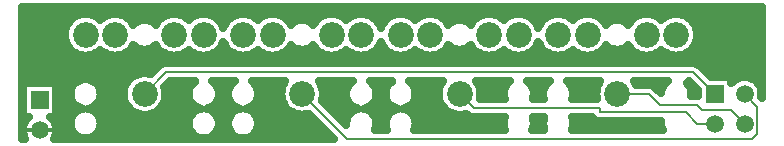
<source format=gtl>
G04 DipTrace 3.0.0.2*
G04 WellMonitor.gtl*
%MOIN*%
G04 #@! TF.FileFunction,Copper,L1,Top*
G04 #@! TF.Part,Single*
G04 #@! TA.AperFunction,Conductor*
%ADD14C,0.008*%
G04 #@! TA.AperFunction,CopperBalancing*
%ADD15C,0.025*%
%ADD17C,0.012992*%
G04 #@! TA.AperFunction,ComponentPad*
%ADD19C,0.086*%
%ADD20R,0.059055X0.059055*%
%ADD21C,0.059055*%
%FSLAX26Y26*%
G04*
G70*
G90*
G75*
G01*
G04 Top*
%LPD*%
X843701Y585701D2*
D14*
X915701Y657701D1*
X2671701D1*
X2743701Y585701D1*
X1368701D2*
X1518701Y435701D1*
X2869701D1*
X2885701Y451701D1*
Y543701D1*
X2843701Y585701D1*
X1893701D2*
X1941568Y537834D1*
X2360898D1*
Y525411D1*
X2646592D1*
X2686302Y485701D1*
X2743701D1*
X2418701Y585701D2*
X2523920D1*
X2561139Y548482D1*
X2683890D1*
X2701637Y530735D1*
X2798667D1*
X2843701Y485701D1*
X438725Y851331D2*
D15*
X634409D1*
X659289D2*
X732847D1*
X757720D2*
X929722D1*
X954546D2*
X1028110D1*
X1052983D2*
X1159409D1*
X1184289D2*
X1257847D1*
X1282720D2*
X1454722D1*
X1479546D2*
X1553110D1*
X1577983D2*
X1684409D1*
X1709289D2*
X1782847D1*
X1807720D2*
X1979722D1*
X2004546D2*
X2078110D1*
X2102983D2*
X2209409D1*
X2234289D2*
X2307847D1*
X2332720D2*
X2504722D1*
X2529546D2*
X2603110D1*
X2627983D2*
X2898716D1*
X438725Y826462D2*
X590513D1*
X801616D2*
X817023D1*
X870366D2*
X885776D1*
X1096929D2*
X1115513D1*
X1326616D2*
X1342023D1*
X1395366D2*
X1410776D1*
X1621929D2*
X1640513D1*
X1851616D2*
X1867023D1*
X1920366D2*
X1935776D1*
X2146929D2*
X2165513D1*
X2376616D2*
X2392023D1*
X2445366D2*
X2460776D1*
X2671929D2*
X2898716D1*
X438725Y801593D2*
X577524D1*
X2684868D2*
X2898716D1*
X438725Y776725D2*
X575083D1*
X2687309D2*
X2898716D1*
X438725Y751856D2*
X582016D1*
X2680376D2*
X2898716D1*
X438725Y726987D2*
X602622D1*
X691069D2*
X701054D1*
X789507D2*
X897886D1*
X986382D2*
X996323D1*
X1084770D2*
X1127622D1*
X1216069D2*
X1226054D1*
X1314507D2*
X1422886D1*
X1511382D2*
X1521323D1*
X1609770D2*
X1652622D1*
X1741069D2*
X1751054D1*
X1839507D2*
X1947886D1*
X2036382D2*
X2046323D1*
X2134770D2*
X2177622D1*
X2266069D2*
X2276054D1*
X2364507D2*
X2472886D1*
X2561382D2*
X2571323D1*
X2659770D2*
X2898716D1*
X438725Y702118D2*
X2898716D1*
X438725Y677250D2*
X889634D1*
X2697759D2*
X2898716D1*
X438725Y652381D2*
X821616D1*
X2722612D2*
X2898716D1*
X438725Y627512D2*
X616733D1*
X676958D2*
X785679D1*
X2883501D2*
X2898716D1*
X552202Y602643D2*
X597202D1*
X696538D2*
X773813D1*
X913579D2*
X990903D1*
X1090190D2*
X1122202D1*
X1221538D2*
X1298813D1*
X1438579D2*
X1515903D1*
X1615190D2*
X1647202D1*
X1746538D2*
X1823813D1*
X1963579D2*
X2040903D1*
X2140190D2*
X2172202D1*
X2271538D2*
X2348813D1*
X2552593D2*
X2565898D1*
X2665190D2*
X2681175D1*
X552202Y577775D2*
X594858D1*
X698833D2*
X772153D1*
X915239D2*
X988559D1*
X1092534D2*
X1119858D1*
X1223833D2*
X1297153D1*
X1440239D2*
X1513559D1*
X1617534D2*
X1644858D1*
X1748833D2*
X1822153D1*
X1965239D2*
X2038559D1*
X2142534D2*
X2169858D1*
X2273833D2*
X2347153D1*
X552202Y552906D2*
X606479D1*
X687261D2*
X779917D1*
X907475D2*
X1000180D1*
X1080962D2*
X1131479D1*
X1212261D2*
X1304917D1*
X1447124D2*
X1525180D1*
X1605962D2*
X1656479D1*
X1737261D2*
X1829917D1*
X552202Y528037D2*
X615220D1*
X678520D2*
X802427D1*
X884966D2*
X1008921D1*
X1072222D2*
X1140220D1*
X1203520D2*
X1327427D1*
X1471977D2*
X1533921D1*
X1597222D2*
X1665220D1*
X1728520D2*
X1852427D1*
X438725Y503168D2*
X449579D1*
X537847D2*
X596811D1*
X696880D2*
X990513D1*
X1090581D2*
X1121811D1*
X1221880D2*
X1405649D1*
X1496831D2*
X1515513D1*
X1615581D2*
X1646811D1*
X1746880D2*
X2040513D1*
X2140581D2*
X2171811D1*
X2271880D2*
X2337583D1*
X550786Y478299D2*
X595054D1*
X698638D2*
X988755D1*
X1092339D2*
X1120054D1*
X1223638D2*
X1430503D1*
X1617339D2*
X1645054D1*
X1748638D2*
X2038755D1*
X2142339D2*
X2170054D1*
X2273638D2*
X2563755D1*
X550884Y453431D2*
X607407D1*
X686333D2*
X1001108D1*
X1080034D2*
X1132407D1*
X1211333D2*
X1455356D1*
X912979Y580249D2*
X911273Y569478D1*
X907903Y559108D1*
X902953Y549392D1*
X896543Y540570D1*
X888832Y532859D1*
X880010Y526449D1*
X870294Y521499D1*
X859924Y518129D1*
X849153Y516423D1*
X838249D1*
X827478Y518129D1*
X817108Y521499D1*
X807392Y526449D1*
X798570Y532859D1*
X790859Y540570D1*
X784449Y549392D1*
X779499Y559108D1*
X776129Y569478D1*
X774423Y580249D1*
Y591153D1*
X776129Y601924D1*
X779499Y612294D1*
X784449Y622010D1*
X790859Y630832D1*
X798570Y638543D1*
X807392Y644953D1*
X817108Y649903D1*
X827478Y653273D1*
X838249Y654979D1*
X849153D1*
X859924Y653273D1*
X866334Y651456D1*
X895898Y680887D1*
X901858Y684870D1*
X908583Y687351D1*
X915701Y688193D1*
X916028Y688180D1*
X2674093Y688099D1*
X2681124Y686701D1*
X2687633Y683700D1*
X2693262Y679262D1*
X2693484Y679022D1*
X2730793Y641732D1*
X2799721Y641721D1*
Y620383D1*
X2804089Y625313D1*
X2810774Y631022D1*
X2818269Y635615D1*
X2826390Y638979D1*
X2834938Y641031D1*
X2843701Y641721D1*
X2852464Y641031D1*
X2861012Y638979D1*
X2869133Y635615D1*
X2876628Y631022D1*
X2883313Y625313D1*
X2889022Y618628D1*
X2893615Y611133D1*
X2896979Y603012D1*
X2899031Y594464D1*
X2899721Y585701D1*
X2899031Y576938D1*
X2898458Y574056D1*
X2901202Y573701D1*
Y876200D1*
X436202D1*
X436201Y436201D1*
X446037Y436267D1*
X442535Y442893D1*
X439948Y449927D1*
X438324Y457243D1*
X437690Y464710D1*
X438059Y472196D1*
X439424Y479565D1*
X441760Y486686D1*
X445026Y493431D1*
X449163Y499680D1*
X454097Y505321D1*
X459031Y509686D1*
X437681Y509681D1*
Y621721D1*
X549721D1*
Y509681D1*
X528383D1*
X534713Y503862D1*
X539439Y498046D1*
X543348Y491651D1*
X546367Y484792D1*
X548444Y477591D1*
X549541Y470177D1*
X549498Y460708D1*
X548332Y453304D1*
X546188Y446123D1*
X543105Y439292D1*
X541304Y436195D1*
X1475117Y436201D1*
X1391316Y519964D1*
X1379572Y517065D1*
X1368701Y516209D1*
X1357830Y517065D1*
X1347227Y519610D1*
X1337152Y523783D1*
X1327855Y529481D1*
X1319563Y536563D1*
X1312481Y544855D1*
X1306783Y554152D1*
X1302610Y564227D1*
X1300065Y574830D1*
X1299209Y585701D1*
X1300065Y596572D1*
X1302610Y607175D1*
X1306783Y617250D1*
X1313022Y627234D1*
X1199972Y627209D1*
X1207287Y621137D1*
X1212394Y615157D1*
X1216503Y608452D1*
X1219512Y601187D1*
X1221348Y593541D1*
X1221965Y585701D1*
X1221348Y577861D1*
X1219512Y570215D1*
X1216503Y562950D1*
X1212394Y556245D1*
X1207287Y550265D1*
X1201307Y545158D1*
X1194602Y541049D1*
X1187337Y538040D1*
X1181213Y536507D1*
X1187337Y534937D1*
X1194602Y531928D1*
X1201307Y527819D1*
X1207287Y522712D1*
X1212394Y516732D1*
X1216503Y510027D1*
X1219512Y502762D1*
X1221348Y495115D1*
X1221965Y487276D1*
X1221348Y479436D1*
X1219512Y471790D1*
X1216503Y464525D1*
X1212394Y457820D1*
X1207287Y451840D1*
X1201307Y446733D1*
X1194602Y442624D1*
X1187337Y439615D1*
X1179690Y437779D1*
X1171851Y437162D1*
X1164011Y437779D1*
X1156365Y439615D1*
X1149099Y442624D1*
X1142394Y446733D1*
X1136415Y451840D1*
X1131307Y457820D1*
X1127199Y464525D1*
X1124189Y471790D1*
X1122354Y479436D1*
X1121737Y487276D1*
X1122354Y495115D1*
X1124189Y502762D1*
X1127199Y510027D1*
X1131307Y516732D1*
X1136415Y522712D1*
X1142394Y527819D1*
X1149099Y531928D1*
X1156365Y534937D1*
X1162488Y536470D1*
X1156365Y538040D1*
X1149099Y541049D1*
X1142394Y545158D1*
X1136415Y550265D1*
X1131307Y556245D1*
X1127199Y562950D1*
X1124189Y570215D1*
X1122354Y577861D1*
X1121737Y585701D1*
X1122354Y593541D1*
X1124189Y601187D1*
X1127199Y608452D1*
X1131307Y615157D1*
X1136415Y621137D1*
X1142394Y626244D1*
X1143864Y627226D1*
X1068625Y627209D1*
X1075987Y621137D1*
X1081095Y615157D1*
X1085203Y608452D1*
X1088213Y601187D1*
X1090048Y593541D1*
X1090665Y585701D1*
X1090048Y577861D1*
X1088213Y570215D1*
X1085203Y562950D1*
X1081095Y556245D1*
X1075987Y550265D1*
X1070008Y545158D1*
X1063303Y541049D1*
X1056037Y538040D1*
X1049914Y536507D1*
X1056037Y534937D1*
X1063303Y531928D1*
X1070008Y527819D1*
X1075987Y522712D1*
X1081095Y516732D1*
X1085203Y510027D1*
X1088213Y502762D1*
X1090048Y495115D1*
X1090665Y487276D1*
X1090048Y479436D1*
X1088213Y471790D1*
X1085203Y464525D1*
X1081095Y457820D1*
X1075987Y451840D1*
X1070008Y446733D1*
X1063303Y442624D1*
X1056037Y439615D1*
X1048391Y437779D1*
X1040551Y437162D1*
X1032712Y437779D1*
X1025065Y439615D1*
X1017800Y442624D1*
X1011095Y446733D1*
X1005115Y451840D1*
X1000008Y457820D1*
X995899Y464525D1*
X992890Y471790D1*
X991054Y479436D1*
X990437Y487276D1*
X991054Y495115D1*
X992890Y502762D1*
X995899Y510027D1*
X1000008Y516732D1*
X1005115Y522712D1*
X1011095Y527819D1*
X1017800Y531928D1*
X1025065Y534937D1*
X1031189Y536470D1*
X1025065Y538040D1*
X1017800Y541049D1*
X1011095Y545158D1*
X1005115Y550265D1*
X1000008Y556245D1*
X995899Y562950D1*
X992890Y570215D1*
X991054Y577861D1*
X990437Y585701D1*
X991054Y593541D1*
X992890Y601187D1*
X995899Y608452D1*
X1000008Y615157D1*
X1005115Y621137D1*
X1011095Y626244D1*
X1012565Y627226D1*
X928293Y627209D1*
X909399Y608277D1*
X911273Y601924D1*
X912979Y591153D1*
Y580249D1*
X806225Y749273D2*
X801496Y741705D1*
X794414Y733413D1*
X786122Y726331D1*
X776825Y720634D1*
X766750Y716461D1*
X756147Y713915D1*
X745276Y713059D1*
X734405Y713915D1*
X723802Y716461D1*
X713727Y720634D1*
X704429Y726331D1*
X696065Y733491D1*
X687697Y726331D1*
X678399Y720634D1*
X668325Y716461D1*
X657722Y713915D1*
X646851Y713059D1*
X635980Y713915D1*
X625376Y716461D1*
X615302Y720634D1*
X606004Y726331D1*
X597712Y733413D1*
X590630Y741705D1*
X584933Y751003D1*
X580760Y761077D1*
X578214Y771680D1*
X577359Y782551D1*
X578214Y793422D1*
X580760Y804026D1*
X584933Y814100D1*
X590630Y823398D1*
X597712Y831690D1*
X606004Y838772D1*
X615302Y844469D1*
X625376Y848642D1*
X635980Y851188D1*
X646851Y852043D1*
X657722Y851188D1*
X668325Y848642D1*
X678399Y844469D1*
X687697Y838772D1*
X696061Y831611D1*
X704429Y838772D1*
X713727Y844469D1*
X723802Y848642D1*
X734405Y851188D1*
X745276Y852043D1*
X756147Y851188D1*
X766750Y848642D1*
X776825Y844469D1*
X786122Y838772D1*
X794414Y831690D1*
X801496Y823398D1*
X806225Y815830D1*
X811155Y820658D1*
X817516Y825281D1*
X824523Y828851D1*
X832002Y831281D1*
X839769Y832511D1*
X847633D1*
X855400Y831281D1*
X862879Y828851D1*
X869886Y825281D1*
X876247Y820658D1*
X881130Y815832D1*
X885906Y823398D1*
X892988Y831690D1*
X901280Y838772D1*
X910577Y844469D1*
X920652Y848642D1*
X931255Y851188D1*
X942126Y852043D1*
X952997Y851188D1*
X963600Y848642D1*
X973675Y844469D1*
X982973Y838772D1*
X991337Y831611D1*
X999705Y838772D1*
X1009003Y844469D1*
X1019077Y848642D1*
X1029680Y851188D1*
X1040551Y852043D1*
X1051422Y851188D1*
X1062026Y848642D1*
X1072100Y844469D1*
X1081398Y838772D1*
X1089690Y831690D1*
X1096772Y823398D1*
X1102469Y814100D1*
X1106177Y805285D1*
X1109933Y814100D1*
X1115630Y823398D1*
X1122712Y831690D1*
X1131004Y838772D1*
X1140302Y844469D1*
X1150376Y848642D1*
X1160980Y851188D1*
X1171851Y852043D1*
X1182722Y851188D1*
X1193325Y848642D1*
X1203399Y844469D1*
X1212697Y838772D1*
X1221061Y831611D1*
X1229429Y838772D1*
X1238727Y844469D1*
X1248802Y848642D1*
X1259405Y851188D1*
X1270276Y852043D1*
X1281147Y851188D1*
X1291750Y848642D1*
X1301825Y844469D1*
X1311122Y838772D1*
X1319414Y831690D1*
X1326496Y823398D1*
X1331225Y815830D1*
X1336155Y820658D1*
X1342516Y825281D1*
X1349523Y828851D1*
X1357002Y831281D1*
X1364769Y832511D1*
X1372633D1*
X1380400Y831281D1*
X1387879Y828851D1*
X1394886Y825281D1*
X1401247Y820658D1*
X1406130Y815832D1*
X1410906Y823398D1*
X1417988Y831690D1*
X1426280Y838772D1*
X1435577Y844469D1*
X1445652Y848642D1*
X1456255Y851188D1*
X1467126Y852043D1*
X1477997Y851188D1*
X1488600Y848642D1*
X1498675Y844469D1*
X1507973Y838772D1*
X1516337Y831611D1*
X1524705Y838772D1*
X1534003Y844469D1*
X1544077Y848642D1*
X1554680Y851188D1*
X1565551Y852043D1*
X1576422Y851188D1*
X1587026Y848642D1*
X1597100Y844469D1*
X1606398Y838772D1*
X1614690Y831690D1*
X1621772Y823398D1*
X1627469Y814100D1*
X1631177Y805285D1*
X1634933Y814100D1*
X1640630Y823398D1*
X1647712Y831690D1*
X1656004Y838772D1*
X1665302Y844469D1*
X1675376Y848642D1*
X1685980Y851188D1*
X1696851Y852043D1*
X1707722Y851188D1*
X1718325Y848642D1*
X1728399Y844469D1*
X1737697Y838772D1*
X1746061Y831611D1*
X1754429Y838772D1*
X1763727Y844469D1*
X1773802Y848642D1*
X1784405Y851188D1*
X1795276Y852043D1*
X1806147Y851188D1*
X1816750Y848642D1*
X1826825Y844469D1*
X1836122Y838772D1*
X1844414Y831690D1*
X1851496Y823398D1*
X1856225Y815830D1*
X1861155Y820658D1*
X1867516Y825281D1*
X1874523Y828851D1*
X1882002Y831281D1*
X1889769Y832511D1*
X1897633D1*
X1905400Y831281D1*
X1912879Y828851D1*
X1919886Y825281D1*
X1926247Y820658D1*
X1931130Y815832D1*
X1935906Y823398D1*
X1942988Y831690D1*
X1951280Y838772D1*
X1960577Y844469D1*
X1970652Y848642D1*
X1981255Y851188D1*
X1992126Y852043D1*
X2002997Y851188D1*
X2013600Y848642D1*
X2023675Y844469D1*
X2032973Y838772D1*
X2041337Y831611D1*
X2049705Y838772D1*
X2059003Y844469D1*
X2069077Y848642D1*
X2079680Y851188D1*
X2090551Y852043D1*
X2101422Y851188D1*
X2112026Y848642D1*
X2122100Y844469D1*
X2131398Y838772D1*
X2139690Y831690D1*
X2146772Y823398D1*
X2152469Y814100D1*
X2156177Y805285D1*
X2159933Y814100D1*
X2165630Y823398D1*
X2172712Y831690D1*
X2181004Y838772D1*
X2190302Y844469D1*
X2200376Y848642D1*
X2210980Y851188D1*
X2221851Y852043D1*
X2232722Y851188D1*
X2243325Y848642D1*
X2253399Y844469D1*
X2262697Y838772D1*
X2271061Y831611D1*
X2279429Y838772D1*
X2288727Y844469D1*
X2298802Y848642D1*
X2309405Y851188D1*
X2320276Y852043D1*
X2331147Y851188D1*
X2341750Y848642D1*
X2351825Y844469D1*
X2361122Y838772D1*
X2369414Y831690D1*
X2376496Y823398D1*
X2381225Y815830D1*
X2386155Y820658D1*
X2392516Y825281D1*
X2399523Y828851D1*
X2407002Y831281D1*
X2414769Y832511D1*
X2422633D1*
X2430400Y831281D1*
X2437879Y828851D1*
X2444886Y825281D1*
X2451247Y820658D1*
X2456130Y815832D1*
X2460906Y823398D1*
X2467988Y831690D1*
X2476280Y838772D1*
X2485577Y844469D1*
X2495652Y848642D1*
X2506255Y851188D1*
X2517126Y852043D1*
X2527997Y851188D1*
X2538600Y848642D1*
X2548675Y844469D1*
X2557973Y838772D1*
X2566337Y831611D1*
X2574705Y838772D1*
X2584003Y844469D1*
X2594077Y848642D1*
X2604680Y851188D1*
X2615551Y852043D1*
X2626422Y851188D1*
X2637026Y848642D1*
X2647100Y844469D1*
X2656398Y838772D1*
X2664690Y831690D1*
X2671772Y823398D1*
X2677469Y814100D1*
X2681642Y804026D1*
X2684188Y793422D1*
X2685043Y782551D1*
X2684188Y771680D1*
X2681642Y761077D1*
X2677469Y751003D1*
X2671772Y741705D1*
X2664690Y733413D1*
X2656398Y726331D1*
X2647100Y720634D1*
X2637026Y716461D1*
X2626422Y713915D1*
X2615551Y713059D1*
X2604680Y713915D1*
X2594077Y716461D1*
X2584003Y720634D1*
X2574705Y726331D1*
X2566341Y733491D1*
X2557973Y726331D1*
X2548675Y720634D1*
X2538600Y716461D1*
X2527997Y713915D1*
X2517126Y713059D1*
X2506255Y713915D1*
X2495652Y716461D1*
X2485577Y720634D1*
X2476280Y726331D1*
X2467988Y733413D1*
X2460906Y741705D1*
X2456177Y749273D1*
X2451247Y744444D1*
X2444886Y739822D1*
X2437879Y736252D1*
X2430400Y733822D1*
X2422633Y732592D1*
X2414769D1*
X2407002Y733822D1*
X2399523Y736252D1*
X2392516Y739822D1*
X2386155Y744444D1*
X2381272Y749271D1*
X2376496Y741705D1*
X2369414Y733413D1*
X2361122Y726331D1*
X2351825Y720634D1*
X2341750Y716461D1*
X2331147Y713915D1*
X2320276Y713059D1*
X2309405Y713915D1*
X2298802Y716461D1*
X2288727Y720634D1*
X2279429Y726331D1*
X2271065Y733491D1*
X2262697Y726331D1*
X2253399Y720634D1*
X2243325Y716461D1*
X2232722Y713915D1*
X2221851Y713059D1*
X2210980Y713915D1*
X2200376Y716461D1*
X2190302Y720634D1*
X2181004Y726331D1*
X2172712Y733413D1*
X2165630Y741705D1*
X2159933Y751003D1*
X2156225Y759817D1*
X2152469Y751003D1*
X2146772Y741705D1*
X2139690Y733413D1*
X2131398Y726331D1*
X2122100Y720634D1*
X2112026Y716461D1*
X2101422Y713915D1*
X2090551Y713059D1*
X2079680Y713915D1*
X2069077Y716461D1*
X2059003Y720634D1*
X2049705Y726331D1*
X2041341Y733491D1*
X2032973Y726331D1*
X2023675Y720634D1*
X2013600Y716461D1*
X2002997Y713915D1*
X1992126Y713059D1*
X1981255Y713915D1*
X1970652Y716461D1*
X1960577Y720634D1*
X1951280Y726331D1*
X1942988Y733413D1*
X1935906Y741705D1*
X1931177Y749273D1*
X1926247Y744444D1*
X1919886Y739822D1*
X1912879Y736252D1*
X1905400Y733822D1*
X1897633Y732592D1*
X1889769D1*
X1882002Y733822D1*
X1874523Y736252D1*
X1867516Y739822D1*
X1861155Y744444D1*
X1856272Y749271D1*
X1851496Y741705D1*
X1844414Y733413D1*
X1836122Y726331D1*
X1826825Y720634D1*
X1816750Y716461D1*
X1806147Y713915D1*
X1795276Y713059D1*
X1784405Y713915D1*
X1773802Y716461D1*
X1763727Y720634D1*
X1754429Y726331D1*
X1746065Y733491D1*
X1737697Y726331D1*
X1728399Y720634D1*
X1718325Y716461D1*
X1707722Y713915D1*
X1696851Y713059D1*
X1685980Y713915D1*
X1675376Y716461D1*
X1665302Y720634D1*
X1656004Y726331D1*
X1647712Y733413D1*
X1640630Y741705D1*
X1634933Y751003D1*
X1631225Y759817D1*
X1627469Y751003D1*
X1621772Y741705D1*
X1614690Y733413D1*
X1606398Y726331D1*
X1597100Y720634D1*
X1587026Y716461D1*
X1576422Y713915D1*
X1565551Y713059D1*
X1554680Y713915D1*
X1544077Y716461D1*
X1534003Y720634D1*
X1524705Y726331D1*
X1516341Y733491D1*
X1507973Y726331D1*
X1498675Y720634D1*
X1488600Y716461D1*
X1477997Y713915D1*
X1467126Y713059D1*
X1456255Y713915D1*
X1445652Y716461D1*
X1435577Y720634D1*
X1426280Y726331D1*
X1417988Y733413D1*
X1410906Y741705D1*
X1406177Y749273D1*
X1401247Y744444D1*
X1394886Y739822D1*
X1387879Y736252D1*
X1380400Y733822D1*
X1372633Y732592D1*
X1364769D1*
X1357002Y733822D1*
X1349523Y736252D1*
X1342516Y739822D1*
X1336155Y744444D1*
X1331272Y749271D1*
X1326496Y741705D1*
X1319414Y733413D1*
X1311122Y726331D1*
X1301825Y720634D1*
X1291750Y716461D1*
X1281147Y713915D1*
X1270276Y713059D1*
X1259405Y713915D1*
X1248802Y716461D1*
X1238727Y720634D1*
X1229429Y726331D1*
X1221065Y733491D1*
X1212697Y726331D1*
X1203399Y720634D1*
X1193325Y716461D1*
X1182722Y713915D1*
X1171851Y713059D1*
X1160980Y713915D1*
X1150376Y716461D1*
X1140302Y720634D1*
X1131004Y726331D1*
X1122712Y733413D1*
X1115630Y741705D1*
X1109933Y751003D1*
X1106225Y759817D1*
X1102469Y751003D1*
X1096772Y741705D1*
X1089690Y733413D1*
X1081398Y726331D1*
X1072100Y720634D1*
X1062026Y716461D1*
X1051422Y713915D1*
X1040551Y713059D1*
X1029680Y713915D1*
X1019077Y716461D1*
X1009003Y720634D1*
X999705Y726331D1*
X991341Y733491D1*
X982973Y726331D1*
X973675Y720634D1*
X963600Y716461D1*
X952997Y713915D1*
X942126Y713059D1*
X931255Y713915D1*
X920652Y716461D1*
X910577Y720634D1*
X901280Y726331D1*
X892988Y733413D1*
X885906Y741705D1*
X881177Y749273D1*
X876247Y744444D1*
X869886Y739822D1*
X862879Y736252D1*
X855400Y733822D1*
X847633Y732592D1*
X839769D1*
X832002Y733822D1*
X824523Y736252D1*
X817516Y739822D1*
X811155Y744444D1*
X806272Y749271D1*
X696810Y581769D2*
X695580Y574002D1*
X693150Y566523D1*
X689580Y559516D1*
X684958Y553155D1*
X679397Y547594D1*
X673035Y542972D1*
X666028Y539402D1*
X658549Y536972D1*
X656213Y536507D1*
X662337Y534937D1*
X669602Y531928D1*
X676307Y527819D1*
X682287Y522712D1*
X687394Y516732D1*
X691503Y510027D1*
X694512Y502762D1*
X696348Y495115D1*
X696965Y487276D1*
X696348Y479436D1*
X694512Y471790D1*
X691503Y464525D1*
X687394Y457820D1*
X682287Y451840D1*
X676307Y446733D1*
X669602Y442624D1*
X662337Y439615D1*
X654690Y437779D1*
X646851Y437162D1*
X639011Y437779D1*
X631365Y439615D1*
X624099Y442624D1*
X617394Y446733D1*
X611415Y451840D1*
X606307Y457820D1*
X602199Y464525D1*
X599189Y471790D1*
X597354Y479436D1*
X596737Y487276D1*
X597354Y495115D1*
X599189Y502762D1*
X602199Y510027D1*
X606307Y516732D1*
X611415Y522712D1*
X617394Y527819D1*
X624099Y531928D1*
X631365Y534937D1*
X637488Y536470D1*
X631365Y538040D1*
X624099Y541049D1*
X617394Y545158D1*
X611415Y550265D1*
X606307Y556245D1*
X602199Y562950D1*
X599189Y570215D1*
X597354Y577861D1*
X596737Y585701D1*
X597354Y593541D1*
X599189Y601187D1*
X602199Y608452D1*
X606307Y615157D1*
X611415Y621137D1*
X617394Y626244D1*
X624099Y630353D1*
X631365Y633362D1*
X639011Y635198D1*
X646851Y635815D1*
X654690Y635198D1*
X662337Y633362D1*
X669602Y630353D1*
X676307Y626244D1*
X682287Y621137D1*
X687394Y615157D1*
X691503Y608452D1*
X694512Y601187D1*
X696348Y593541D1*
X696965Y585701D1*
X696810Y581769D1*
X1437979Y580249D2*
X1436273Y569478D1*
X1434456Y563068D1*
X1515767Y481758D1*
X1515592Y491208D1*
X1516822Y498975D1*
X1519252Y506454D1*
X1522822Y513460D1*
X1527444Y519822D1*
X1533005Y525383D1*
X1539367Y530005D1*
X1546374Y533575D1*
X1553853Y536005D1*
X1556189Y536470D1*
X1550065Y538040D1*
X1542800Y541049D1*
X1536095Y545158D1*
X1530115Y550265D1*
X1525008Y556245D1*
X1520899Y562950D1*
X1517890Y570215D1*
X1516054Y577861D1*
X1515437Y585701D1*
X1516054Y593541D1*
X1517890Y601187D1*
X1520899Y608452D1*
X1525008Y615157D1*
X1530115Y621137D1*
X1536095Y626244D1*
X1537565Y627226D1*
X1424387Y627209D1*
X1427953Y622010D1*
X1432903Y612294D1*
X1436273Y601924D1*
X1437979Y591153D1*
Y580249D1*
X1615511Y483344D2*
X1614281Y475577D1*
X1611851Y468098D1*
X1610969Y466186D1*
X1651367Y466193D1*
X1648121Y475577D1*
X1646891Y483344D1*
Y491208D1*
X1648121Y498975D1*
X1650551Y506454D1*
X1654121Y513460D1*
X1658744Y519822D1*
X1664304Y525383D1*
X1670666Y530005D1*
X1677673Y533575D1*
X1685152Y536005D1*
X1687488Y536470D1*
X1681365Y538040D1*
X1674099Y541049D1*
X1667394Y545158D1*
X1661415Y550265D1*
X1656307Y556245D1*
X1652199Y562950D1*
X1649189Y570215D1*
X1647354Y577861D1*
X1646737Y585701D1*
X1647354Y593541D1*
X1649189Y601187D1*
X1652199Y608452D1*
X1656307Y615157D1*
X1661415Y621137D1*
X1667394Y626244D1*
X1668864Y627226D1*
X1593625Y627209D1*
X1600987Y621137D1*
X1606095Y615157D1*
X1610203Y608452D1*
X1613213Y601187D1*
X1615048Y593541D1*
X1615665Y585701D1*
X1615048Y577861D1*
X1613213Y570215D1*
X1610203Y562950D1*
X1606095Y556245D1*
X1600987Y550265D1*
X1595008Y545158D1*
X1588303Y541049D1*
X1581037Y538040D1*
X1574914Y536507D1*
X1581037Y534937D1*
X1588303Y531928D1*
X1595008Y527819D1*
X1600987Y522712D1*
X1606095Y516732D1*
X1610203Y510027D1*
X1613213Y502762D1*
X1615048Y495115D1*
X1615665Y487276D1*
X1615511Y483344D1*
X1962979Y580249D2*
X1961273Y569478D1*
X1960943Y568309D1*
X2043570Y568326D1*
X2041822Y574002D1*
X2040592Y581769D1*
Y589633D1*
X2041822Y597400D1*
X2044252Y604879D1*
X2047822Y611886D1*
X2052444Y618247D1*
X2058005Y623808D1*
X2062565Y627226D1*
X1949387Y627209D1*
X1952953Y622010D1*
X1957903Y612294D1*
X1961273Y601924D1*
X1962979Y591153D1*
Y580249D1*
X1916275Y520016D2*
X1909924Y518129D1*
X1899153Y516423D1*
X1888249D1*
X1877478Y518129D1*
X1867108Y521499D1*
X1857392Y526449D1*
X1848570Y532859D1*
X1840859Y540570D1*
X1834449Y549392D1*
X1829499Y559108D1*
X1826129Y569478D1*
X1824423Y580249D1*
Y591153D1*
X1826129Y601924D1*
X1829499Y612294D1*
X1834449Y622010D1*
X1838022Y627234D1*
X1724972Y627209D1*
X1732287Y621137D1*
X1737394Y615157D1*
X1741503Y608452D1*
X1744512Y601187D1*
X1746348Y593541D1*
X1746965Y585701D1*
X1746348Y577861D1*
X1744512Y570215D1*
X1741503Y562950D1*
X1737394Y556245D1*
X1732287Y550265D1*
X1726307Y545158D1*
X1719602Y541049D1*
X1712337Y538040D1*
X1706213Y536507D1*
X1712337Y534937D1*
X1719602Y531928D1*
X1726307Y527819D1*
X1732287Y522712D1*
X1737394Y516732D1*
X1741503Y510027D1*
X1744512Y502762D1*
X1746348Y495115D1*
X1746965Y487276D1*
X1746348Y479436D1*
X1744512Y471790D1*
X1742268Y466186D1*
X2045117Y466193D1*
X2042890Y471790D1*
X2041054Y479436D1*
X2040437Y487276D1*
X2041054Y495115D1*
X2042890Y502762D1*
X2044670Y507361D1*
X1939176Y507435D1*
X1932146Y508834D1*
X1925636Y511835D1*
X1920007Y516272D1*
X1919785Y516513D1*
X1916313Y519967D1*
X2140511Y483344D2*
X2139281Y475577D1*
X2136851Y468098D1*
X2135969Y466186D1*
X2176367Y466193D1*
X2173121Y475577D1*
X2171891Y483344D1*
Y491208D1*
X2173121Y498975D1*
X2175970Y507361D1*
X2136435Y507341D1*
X2139281Y498975D1*
X2140511Y491208D1*
Y483344D1*
Y581769D2*
X2139281Y574002D1*
X2137516Y568326D1*
X2174820D1*
X2172354Y577861D1*
X2171737Y585701D1*
X2172354Y593541D1*
X2174189Y601187D1*
X2177199Y608452D1*
X2181307Y615157D1*
X2186415Y621137D1*
X2192394Y626244D1*
X2193864Y627226D1*
X2118625Y627209D1*
X2125987Y621137D1*
X2131095Y615157D1*
X2135203Y608452D1*
X2138213Y601187D1*
X2140048Y593541D1*
X2140665Y585701D1*
X2140511Y581769D1*
X2351459Y568309D2*
X2350065Y574830D1*
X2349209Y585701D1*
X2350065Y596572D1*
X2352610Y607175D1*
X2356783Y617250D1*
X2363022Y627234D1*
X2249972Y627209D1*
X2257287Y621137D1*
X2262394Y615157D1*
X2266503Y608452D1*
X2269512Y601187D1*
X2271348Y593541D1*
X2271965Y585701D1*
X2271348Y577861D1*
X2269512Y570215D1*
X2268815Y568326D1*
X2351383D1*
X2474380Y627234D2*
X2477953Y622010D1*
X2481201Y616193D1*
X2526313Y616099D1*
X2533343Y614701D1*
X2539852Y611700D1*
X2545481Y607262D1*
X2545704Y607022D1*
X2565472Y587271D1*
X2566054Y593541D1*
X2567890Y601187D1*
X2570899Y608452D1*
X2575008Y615157D1*
X2580115Y621137D1*
X2586095Y626244D1*
X2587565Y627226D1*
X2474387Y627209D1*
X2271810Y483344D2*
X2270580Y475577D1*
X2268150Y468098D1*
X2267268Y466186D1*
X2570117Y466193D1*
X2567890Y471790D1*
X2566054Y479436D1*
X2565437Y487276D1*
X2566031Y494917D1*
X2358505Y495013D1*
X2351475Y496411D1*
X2344966Y499412D1*
X2339337Y503850D1*
X2335898Y507341D1*
X2267783D1*
X2270580Y498975D1*
X2271810Y491208D1*
Y483344D1*
X2665511Y581769D2*
X2665180Y578976D1*
X2686682Y578833D1*
X2687681Y579681D1*
Y598578D1*
X2659060Y627220D1*
X2650987Y621137D1*
X2656095Y615157D1*
X2660203Y608452D1*
X2663213Y601187D1*
X2665048Y593541D1*
X2665665Y585701D1*
X2665511Y581769D1*
X437730Y465701D2*
D17*
X549672D1*
D19*
X843701Y585701D3*
X745276Y782551D3*
X646851D3*
X942126D3*
X1040551D3*
X1368701Y585701D3*
X1270276Y782551D3*
X1171851D3*
X1467126D3*
X1565551D3*
X1893701Y585701D3*
X1795276Y782551D3*
X1696851D3*
X1992126D3*
X2090551D3*
X2418701Y585701D3*
X2320276Y782551D3*
X2221851D3*
X2517126D3*
X2615551D3*
D20*
X493701Y565701D3*
D21*
Y465701D3*
D20*
X2743701Y585701D3*
D21*
X2843701D3*
X2743701Y485701D3*
X2843701D3*
M02*

</source>
